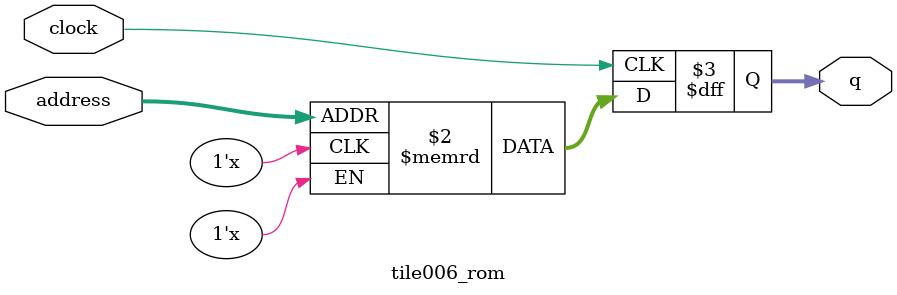
<source format=sv>
module tile006_rom (
	input logic clock,
	input logic [9:0] address,
	output logic [3:0] q
);

logic [3:0] memory [0:1023] /* synthesis ram_init_file = "./tile006/tile006.mif" */;

always_ff @ (posedge clock) begin
	q <= memory[address];
end

endmodule

</source>
